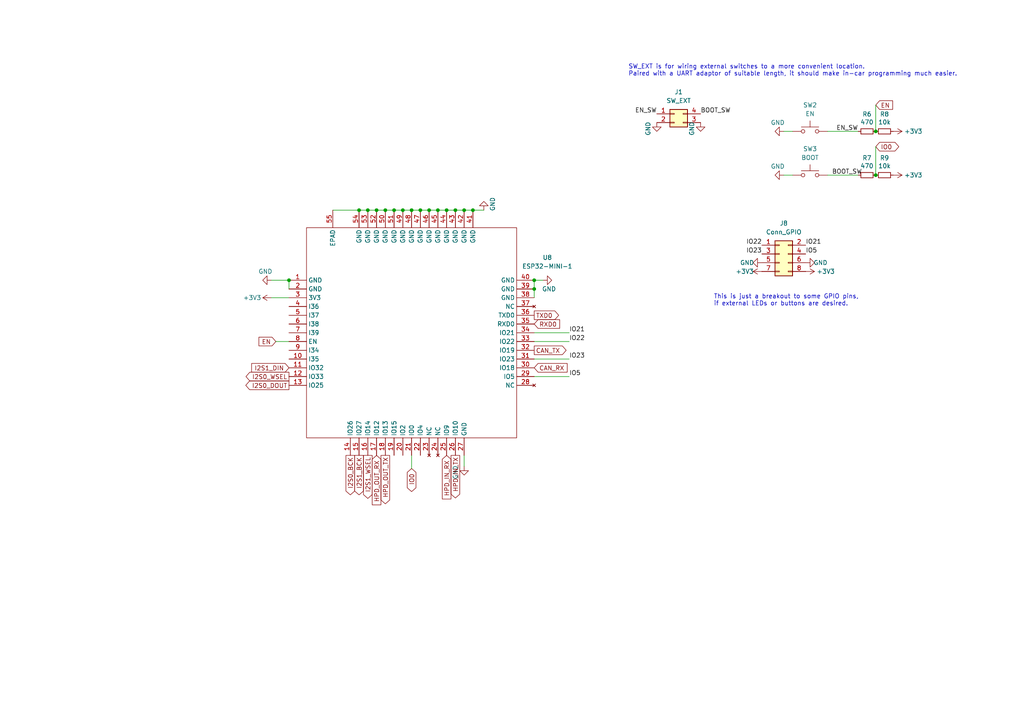
<source format=kicad_sch>
(kicad_sch (version 20211123) (generator eeschema)
  (paper "A4")
  (lib_symbols
    (symbol "Connector_Generic:Conn_02x02_Counter_Clockwise" (pin_names (offset 1.016) hide)
      (property "Reference" "J" (at 1.27 2.54 0))
      (property "Value" "Conn_02x02_Counter_Clockwise" (at 1.27 -5.08 0))
      (symbol "Conn_02x02_Counter_Clockwise_1_1"
        (rectangle (start -1.27 -2.413) (end 0 -2.667) (stroke (width 0.1524)))
        (rectangle (start -1.27 0.127) (end 0 -0.127) (stroke (width 0.1524)))
        (rectangle (start -1.27 1.27) (end 3.81 -3.81) (stroke (width 0.254)) (fill (type background)))
        (rectangle (start 3.81 -2.413) (end 2.54 -2.667) (stroke (width 0.1524)))
        (rectangle (start 3.81 0.127) (end 2.54 -0.127) (stroke (width 0.1524)))
        (pin passive line (at -5.08 0 0) (length 3.81) (name "Pin_1") (number "1"))
        (pin passive line (at -5.08 -2.54 0) (length 3.81) (name "Pin_2") (number "2"))
        (pin passive line (at 7.62 -2.54 180) (length 3.81) (name "Pin_3") (number "3"))
        (pin passive line (at 7.62 0 180) (length 3.81) (name "Pin_4") (number "4"))
      )
    )
    (symbol "Connector_Generic:Conn_02x04_Odd_Even" (pin_names (offset 1.016) hide)
      (property "Reference" "J" (at 1.27 5.08 0))
      (property "Value" "Conn_02x04_Odd_Even" (at 1.27 -7.62 0))
      (symbol "Conn_02x04_Odd_Even_1_1"
        (rectangle (start -1.27 -4.953) (end 0 -5.207) (stroke (width 0.1524)))
        (rectangle (start -1.27 -2.413) (end 0 -2.667) (stroke (width 0.1524)))
        (rectangle (start -1.27 0.127) (end 0 -0.127) (stroke (width 0.1524)))
        (rectangle (start -1.27 2.667) (end 0 2.413) (stroke (width 0.1524)))
        (rectangle (start -1.27 3.81) (end 3.81 -6.35) (stroke (width 0.254)) (fill (type background)))
        (rectangle (start 3.81 -4.953) (end 2.54 -5.207) (stroke (width 0.1524)))
        (rectangle (start 3.81 -2.413) (end 2.54 -2.667) (stroke (width 0.1524)))
        (rectangle (start 3.81 0.127) (end 2.54 -0.127) (stroke (width 0.1524)))
        (rectangle (start 3.81 2.667) (end 2.54 2.413) (stroke (width 0.1524)))
        (pin passive line (at -5.08 2.54 0) (length 3.81) (name "Pin_1") (number "1"))
        (pin passive line (at 7.62 2.54 180) (length 3.81) (name "Pin_2") (number "2"))
        (pin passive line (at -5.08 0 0) (length 3.81) (name "Pin_3") (number "3"))
        (pin passive line (at 7.62 0 180) (length 3.81) (name "Pin_4") (number "4"))
        (pin passive line (at -5.08 -2.54 0) (length 3.81) (name "Pin_5") (number "5"))
        (pin passive line (at 7.62 -2.54 180) (length 3.81) (name "Pin_6") (number "6"))
        (pin passive line (at -5.08 -5.08 0) (length 3.81) (name "Pin_7") (number "7"))
        (pin passive line (at 7.62 -5.08 180) (length 3.81) (name "Pin_8") (number "8"))
      )
    )
    (symbol "Device:R_Small" (pin_numbers hide) (pin_names (offset 0.254) hide)
      (property "Reference" "R" (at 0.762 0.508 0))
      (property "Value" "R_Small" (at 0.762 -1.016 0))
      (symbol "R_Small_0_1"
        (rectangle (start -0.762 1.778) (end 0.762 -1.778) (stroke (width 0.2032)))
      )
      (symbol "R_Small_1_1"
        (pin passive line (at 0 2.54 270) (length 0.762) (name "~") (number "1"))
        (pin passive line (at 0 -2.54 90) (length 0.762) (name "~") (number "2"))
      )
    )
    (symbol "Switch:SW_Push" (pin_numbers hide) (pin_names (offset 1.016) hide)
      (property "Reference" "SW" (at 1.27 2.54 0))
      (property "Value" "SW_Push" (at 0 -1.524 0))
      (symbol "SW_Push_0_1"
        (circle (center -2.032 0) (radius 0.508))
        (polyline (pts (xy 0 1.27) (xy 0 3.048)))
        (polyline (pts (xy 2.54 1.27) (xy -2.54 1.27)))
        (circle (center 2.032 0) (radius 0.508))
        (pin passive line (at -5.08 0 0) (length 2.54) (name "1") (number "1"))
        (pin passive line (at 5.08 0 180) (length 2.54) (name "2") (number "2"))
      )
    )
    (symbol "esp32_mini:ESP32-MINI-1"
      (property "Reference" "U8" (at 39.37 21.8188 0))
      (property "Value" "ESP32-MINI-1" (at 39.37 19.2788 0))
      (symbol "ESP32-MINI-1_0_1"
        (rectangle (start -30.48 30.48) (end 30.48 -30.48))
      )
      (symbol "ESP32-MINI-1_1_1"
        (pin input line (at -35.56 15.24 0) (length 5.08) (name "GND") (number "1"))
        (pin input line (at -35.56 -7.62 0) (length 5.08) (name "I35") (number "10"))
        (pin input line (at -35.56 -10.16 0) (length 5.08) (name "IO32") (number "11"))
        (pin input line (at -35.56 -12.7 0) (length 5.08) (name "IO33") (number "12"))
        (pin input line (at -35.56 -15.24 0) (length 5.08) (name "IO25") (number "13"))
        (pin input line (at -17.78 -35.56 90) (length 5.08) (name "IO26") (number "14"))
        (pin input line (at -15.24 -35.56 90) (length 5.08) (name "IO27") (number "15"))
        (pin input line (at -12.7 -35.56 90) (length 5.08) (name "IO14") (number "16"))
        (pin input line (at -10.16 -35.56 90) (length 5.08) (name "IO12") (number "17"))
        (pin input line (at -7.62 -35.56 90) (length 5.08) (name "IO13") (number "18"))
        (pin input line (at -5.08 -35.56 90) (length 5.08) (name "IO15") (number "19"))
        (pin input line (at -35.56 12.7 0) (length 5.08) (name "GND") (number "2"))
        (pin input line (at -2.54 -35.56 90) (length 5.08) (name "IO2") (number "20"))
        (pin input line (at 0 -35.56 90) (length 5.08) (name "IO0") (number "21"))
        (pin input line (at 2.54 -35.56 90) (length 5.08) (name "IO4") (number "22"))
        (pin no_connect line (at 5.08 -35.56 90) (length 5.08) (name "NC") (number "23"))
        (pin no_connect line (at 7.62 -35.56 90) (length 5.08) (name "NC") (number "24"))
        (pin input line (at 10.16 -35.56 90) (length 5.08) (name "IO9") (number "25"))
        (pin input line (at 12.7 -35.56 90) (length 5.08) (name "IO10") (number "26"))
        (pin input line (at 15.24 -35.56 90) (length 5.08) (name "GND") (number "27"))
        (pin no_connect line (at 35.56 -15.24 180) (length 5.08) (name "NC") (number "28"))
        (pin input line (at 35.56 -12.7 180) (length 5.08) (name "IO5") (number "29"))
        (pin input line (at -35.56 10.16 0) (length 5.08) (name "3V3") (number "3"))
        (pin input line (at 35.56 -10.16 180) (length 5.08) (name "IO18") (number "30"))
        (pin input line (at 35.56 -7.62 180) (length 5.08) (name "IO23") (number "31"))
        (pin input line (at 35.56 -5.08 180) (length 5.08) (name "IO19") (number "32"))
        (pin input line (at 35.56 -2.54 180) (length 5.08) (name "IO22") (number "33"))
        (pin input line (at 35.56 0 180) (length 5.08) (name "IO21") (number "34"))
        (pin input line (at 35.56 2.54 180) (length 5.08) (name "RXD0") (number "35"))
        (pin input line (at 35.56 5.08 180) (length 5.08) (name "TXD0") (number "36"))
        (pin no_connect line (at 35.56 7.62 180) (length 5.08) (name "NC") (number "37"))
        (pin input line (at 35.56 10.16 180) (length 5.08) (name "GND") (number "38"))
        (pin input line (at 35.56 12.7 180) (length 5.08) (name "GND") (number "39"))
        (pin input line (at -35.56 7.62 0) (length 5.08) (name "I36") (number "4"))
        (pin input line (at 35.56 15.24 180) (length 5.08) (name "GND") (number "40"))
        (pin input line (at 17.78 35.56 270) (length 5.08) (name "GND") (number "41"))
        (pin input line (at 15.24 35.56 270) (length 5.08) (name "GND") (number "42"))
        (pin input line (at 12.7 35.56 270) (length 5.08) (name "GND") (number "43"))
        (pin input line (at 10.16 35.56 270) (length 5.08) (name "GND") (number "44"))
        (pin input line (at 7.62 35.56 270) (length 5.08) (name "GND") (number "45"))
        (pin input line (at 5.08 35.56 270) (length 5.08) (name "GND") (number "46"))
        (pin input line (at 2.54 35.56 270) (length 5.08) (name "GND") (number "47"))
        (pin input line (at 0 35.56 270) (length 5.08) (name "GND") (number "48"))
        (pin input line (at -2.54 35.56 270) (length 5.08) (name "GND") (number "49"))
        (pin input line (at -35.56 5.08 0) (length 5.08) (name "I37") (number "5"))
        (pin input line (at -7.62 35.56 270) (length 5.08) (name "GND") (number "50"))
        (pin input line (at -5.08 35.56 270) (length 5.08) (name "GND") (number "51"))
        (pin input line (at -10.16 35.56 270) (length 5.08) (name "GND") (number "52"))
        (pin input line (at -12.7 35.56 270) (length 5.08) (name "GND") (number "53"))
        (pin input line (at -15.24 35.56 270) (length 5.08) (name "GND") (number "54"))
        (pin input line (at -22.86 35.56 270) (length 5.08) (name "EPAD") (number "55"))
        (pin input line (at -35.56 2.54 0) (length 5.08) (name "I38") (number "6"))
        (pin input line (at -35.56 0 0) (length 5.08) (name "I39") (number "7"))
        (pin input line (at -35.56 -2.54 0) (length 5.08) (name "EN") (number "8"))
        (pin input line (at -35.56 -5.08 0) (length 5.08) (name "I34") (number "9"))
      )
    )
    (symbol "power:+3V3" (power) (pin_names (offset 0))
      (property "Value" "+3V3" (at 0 3.556 0))
      (symbol "+3V3_0_1"
        (polyline (pts (xy -0.762 1.27) (xy 0 2.54)))
        (polyline (pts (xy 0 0) (xy 0 2.54)))
        (polyline (pts (xy 0 2.54) (xy 0.762 1.27)))
      )
      (symbol "+3V3_1_1"
        (pin power_in line (at 0 0 90) (length 0) hide (name "+3V3") (number "1"))
      )
    )
    (symbol "power:GND" (power) (pin_names (offset 0))
      (property "Value" "GND" (at 0 -3.81 0))
      (symbol "GND_0_1"
        (polyline (pts (xy 0 0) (xy 0 -1.27) (xy 1.27 -1.27) (xy 0 -2.54) (xy -1.27 -1.27) (xy 0 -1.27)))
      )
      (symbol "GND_1_1"
        (pin power_in line (at 0 0 270) (length 0) hide (name "GND") (number "1"))
      )
    )
  )
  (junction (at 116.84 60.96))
  (junction (at 254 50.8))
  (junction (at 132.08 60.96))
  (junction (at 111.76 60.96))
  (junction (at 127 60.96))
  (junction (at 129.54 60.96))
  (junction (at 154.94 81.28))
  (junction (at 114.3 60.96))
  (junction (at 106.68 60.96))
  (junction (at 121.92 60.96))
  (junction (at 83.82 81.28))
  (junction (at 104.14 60.96))
  (junction (at 254 38.1))
  (junction (at 154.94 83.82))
  (junction (at 109.22 60.96))
  (junction (at 134.62 60.96))
  (junction (at 119.38 60.96))
  (junction (at 137.16 60.96))
  (junction (at 124.46 60.96))
  (wire (pts (xy 154.94 96.52) (xy 165.1 96.52)))
  (wire (pts (xy 114.3 60.96) (xy 116.84 60.96)))
  (wire (pts (xy 137.16 60.96) (xy 140.335 60.96)))
  (wire (pts (xy 78.74 86.36) (xy 83.82 86.36)))
  (wire (pts (xy 124.46 60.96) (xy 127 60.96)))
  (wire (pts (xy 111.76 60.96) (xy 114.3 60.96)))
  (wire (pts (xy 78.74 81.28) (xy 83.82 81.28)))
  (wire (pts (xy 134.62 132.08) (xy 134.62 135.255)))
  (wire (pts (xy 154.94 83.82) (xy 154.94 86.36)))
  (wire (pts (xy 227.33 38.1) (xy 229.87 38.1)))
  (wire (pts (xy 80.01 99.06) (xy 83.82 99.06)))
  (wire (pts (xy 129.54 60.96) (xy 132.08 60.96)))
  (wire (pts (xy 119.38 132.08) (xy 119.38 135.89)))
  (wire (pts (xy 109.22 60.96) (xy 111.76 60.96)))
  (wire (pts (xy 254 42.545) (xy 254 50.8)))
  (wire (pts (xy 106.68 60.96) (xy 109.22 60.96)))
  (wire (pts (xy 254 30.48) (xy 254 38.1)))
  (wire (pts (xy 154.94 81.28) (xy 154.94 83.82)))
  (wire (pts (xy 127 60.96) (xy 129.54 60.96)))
  (wire (pts (xy 154.94 81.28) (xy 157.48 81.28)))
  (wire (pts (xy 240.03 50.8) (xy 248.92 50.8)))
  (wire (pts (xy 154.94 109.22) (xy 165.1 109.22)))
  (wire (pts (xy 154.94 104.14) (xy 165.1 104.14)))
  (wire (pts (xy 104.14 60.96) (xy 106.68 60.96)))
  (wire (pts (xy 132.08 60.96) (xy 134.62 60.96)))
  (wire (pts (xy 83.82 81.28) (xy 83.82 83.82)))
  (wire (pts (xy 96.52 60.96) (xy 104.14 60.96)))
  (wire (pts (xy 227.33 50.8) (xy 229.87 50.8)))
  (wire (pts (xy 121.92 60.96) (xy 124.46 60.96)))
  (wire (pts (xy 240.03 38.1) (xy 248.92 38.1)))
  (wire (pts (xy 116.84 60.96) (xy 119.38 60.96)))
  (wire (pts (xy 154.94 99.06) (xy 165.1 99.06)))
  (wire (pts (xy 119.38 60.96) (xy 121.92 60.96)))
  (wire (pts (xy 134.62 60.96) (xy 137.16 60.96)))
  (text "SW_EXT is for wiring external switches to a more convenient location.\nPaired with a UART adaptor of suitable length, it should make in-car programming much easier." (at 182.245 22.225 0) (effects (font (size 1.27 1.27)) (justify left bottom)))
  (text "This is just a breakout to some GPIO pins, \nif external LEDs or buttons are desired." (at 207.01 88.9 0) (effects (font (size 1.27 1.27)) (justify left bottom)))
  (label "IO22" (at 165.1 99.06 0))
  (label "IO23" (at 220.98 73.66 180))
  (label "IO21" (at 233.68 71.12 0))
  (label "IO5" (at 165.1 109.22 0))
  (label "IO23" (at 165.1 104.14 0))
  (label "BOOT_SW" (at 241.3 50.8 0))
  (label "EN_SW" (at 190.5 33.02 180))
  (label "BOOT_SW" (at 203.2 33.02 0))
  (label "IO22" (at 220.98 71.12 180))
  (label "IO21" (at 165.1 96.52 0))
  (label "IO5" (at 233.68 73.66 0))
  (label "EN_SW" (at 242.57 38.1 0))
  (global_label "EN" (shape input) (at 254 30.48 0) (property "Intersheet References" "${INTERSHEET_REFS}" (effects hide)))
  (global_label "I2S1_BCK" (shape output) (at 104.14 132.08 270) (property "Intersheet References" "${INTERSHEET_REFS}" (effects hide)))
  (global_label "HPD_IN_RX" (shape input) (at 129.54 132.08 270) (property "Intersheet References" "${INTERSHEET_REFS}" (effects hide)))
  (global_label "IO0" (shape tri_state) (at 254 42.545 0) (property "Intersheet References" "${INTERSHEET_REFS}" (effects hide)))
  (global_label "I2S0_DOUT" (shape output) (at 83.82 111.76 180) (property "Intersheet References" "${INTERSHEET_REFS}" (effects hide)))
  (global_label "CAN_RX" (shape input) (at 154.94 106.68 0) (property "Intersheet References" "${INTERSHEET_REFS}" (effects hide)))
  (global_label "I2S1_WSEL" (shape output) (at 106.68 132.08 270) (property "Intersheet References" "${INTERSHEET_REFS}" (effects hide)))
  (global_label "RXD0" (shape input) (at 154.94 93.98 0) (property "Intersheet References" "${INTERSHEET_REFS}" (effects hide)))
  (global_label "CAN_TX" (shape output) (at 154.94 101.6 0) (property "Intersheet References" "${INTERSHEET_REFS}" (effects hide)))
  (global_label "I2S0_BCK" (shape output) (at 101.6 132.08 270) (property "Intersheet References" "${INTERSHEET_REFS}" (effects hide)))
  (global_label "I2S1_DIN" (shape input) (at 83.82 106.68 180) (property "Intersheet References" "${INTERSHEET_REFS}" (effects hide)))
  (global_label "I2S0_WSEL" (shape output) (at 83.82 109.22 180) (property "Intersheet References" "${INTERSHEET_REFS}" (effects hide)))
  (global_label "HPD_IN_TX" (shape output) (at 132.08 132.08 270) (property "Intersheet References" "${INTERSHEET_REFS}" (effects hide)))
  (global_label "IO0" (shape tri_state) (at 119.38 135.89 270) (property "Intersheet References" "${INTERSHEET_REFS}" (effects hide)))
  (global_label "TXD0" (shape output) (at 154.94 91.44 0) (property "Intersheet References" "${INTERSHEET_REFS}" (effects hide)))
  (global_label "HPD_OUT_TX" (shape output) (at 111.76 132.08 270) (property "Intersheet References" "${INTERSHEET_REFS}" (effects hide)))
  (global_label "EN" (shape input) (at 80.01 99.06 180) (property "Intersheet References" "${INTERSHEET_REFS}" (effects hide)))
  (global_label "HPD_OUT_RX" (shape input) (at 109.22 132.08 270) (property "Intersheet References" "${INTERSHEET_REFS}" (effects hide)))
  (symbol (lib_id "power:+3V3") (at 220.98 78.74 90) (unit 1)
    (property "Reference" "#PWR066" (effects hide))
    (property "Value" "+3V3" (at 213.36 78.74 90) (effects (justify right)))
  )
  (symbol (lib_id "Device:R_Small") (at 256.54 50.8 270) (unit 1)
    (property "Reference" "R9" (at 256.54 45.8216 90))
    (property "Value" "10k" (at 256.54 48.133 90))
    (property "Footprint" "Resistor_SMD:R_0805_2012Metric" (effects hide))
  )
  (symbol (lib_id "power:+3V3") (at 259.08 38.1 270) (unit 1)
    (property "Reference" "#PWR053" (effects hide))
    (property "Value" "+3V3" (at 262.255 38.0999 90) (effects (justify left)))
  )
  (symbol (lib_id "power:GND") (at 134.62 135.255 0) (unit 1)
    (property "Reference" "#PWR045" (effects hide))
    (property "Value" "GND" (at 132.08 139.065 90) (effects (justify left)))
  )
  (symbol (lib_id "power:GND") (at 220.98 76.2 270) (unit 1)
    (property "Reference" "#PWR050" (effects hide))
    (property "Value" "GND" (at 214.63 76.2 90) (effects (justify left)))
  )
  (symbol (lib_id "power:GND") (at 203.2 35.56 0) (unit 1)
    (property "Reference" "#PWR052" (effects hide))
    (property "Value" "GND" (at 200.66 39.37 90) (effects (justify left)))
  )
  (symbol (lib_id "Switch:SW_Push") (at 234.95 38.1 0) (unit 1)
    (property "Reference" "SW2" (at 234.95 30.48 0))
    (property "Value" "EN" (at 234.95 33.02 0))
    (property "Footprint" "kicadlibrary:R-667834" (effects hide))
  )
  (symbol (lib_id "power:GND") (at 78.74 81.28 270) (unit 1)
    (property "Reference" "#PWR043" (effects hide))
    (property "Value" "GND" (at 74.93 78.74 90) (effects (justify left)))
  )
  (symbol (lib_id "Connector_Generic:Conn_02x04_Odd_Even") (at 226.06 73.66 0) (unit 1)
    (property "Reference" "J8" (at 227.33 64.77 0))
    (property "Value" "Conn_GPIO" (at 227.33 67.31 0))
    (property "Footprint" "Connector_PinHeader_2.54mm:PinHeader_2x04_P2.54mm_Vertical" (effects hide))
  )
  (symbol (lib_id "Device:R_Small") (at 251.46 38.1 270) (unit 1)
    (property "Reference" "R6" (at 251.46 33.1216 90))
    (property "Value" "470" (at 251.46 35.433 90))
    (property "Footprint" "Resistor_SMD:R_0805_2012Metric" (effects hide))
  )
  (symbol (lib_id "power:GND") (at 190.5 35.56 0) (unit 1)
    (property "Reference" "#PWR051" (effects hide))
    (property "Value" "GND" (at 187.96 39.37 90) (effects (justify left)))
  )
  (symbol (lib_id "Connector_Generic:Conn_02x02_Counter_Clockwise") (at 195.58 33.02 0) (unit 1)
    (property "Reference" "J1" (at 196.85 26.67 0))
    (property "Value" "SW_EXT" (at 196.85 29.21 0))
    (property "Footprint" "Connector_PinHeader_2.54mm:PinHeader_2x02_P2.54mm_Vertical" (effects hide))
  )
  (symbol (lib_id "power:GND") (at 227.33 50.8 270) (unit 1)
    (property "Reference" "#PWR049" (effects hide))
    (property "Value" "GND" (at 223.52 48.26 90) (effects (justify left)))
  )
  (symbol (lib_id "power:+3V3") (at 259.08 50.8 270) (unit 1)
    (property "Reference" "#PWR054" (effects hide))
    (property "Value" "+3V3" (at 262.255 50.7999 90) (effects (justify left)))
  )
  (symbol (lib_id "power:+3V3") (at 78.74 86.36 90) (unit 1)
    (property "Reference" "#PWR044" (effects hide))
    (property "Value" "+3V3" (at 70.485 86.36 90) (effects (justify right)))
  )
  (symbol (lib_id "power:GND") (at 140.335 60.96 180) (unit 1)
    (property "Reference" "#PWR046" (effects hide))
    (property "Value" "GND" (at 142.875 57.15 90) (effects (justify left)))
  )
  (symbol (lib_id "Switch:SW_Push") (at 234.95 50.8 0) (unit 1)
    (property "Reference" "SW3" (at 234.95 43.18 0))
    (property "Value" "BOOT" (at 234.95 45.72 0))
    (property "Footprint" "kicadlibrary:R-667834" (effects hide))
  )
  (symbol (lib_id "Device:R_Small") (at 251.46 50.8 270) (unit 1)
    (property "Reference" "R7" (at 251.46 45.8216 90))
    (property "Value" "470" (at 251.46 48.133 90))
    (property "Footprint" "Resistor_SMD:R_0805_2012Metric" (effects hide))
  )
  (symbol (lib_id "power:GND") (at 233.68 76.2 90) (unit 1)
    (property "Reference" "#PWR067" (effects hide))
    (property "Value" "GND" (at 240.03 76.2 90) (effects (justify left)))
  )
  (symbol (lib_id "Device:R_Small") (at 256.54 38.1 270) (unit 1)
    (property "Reference" "R8" (at 256.54 33.1216 90))
    (property "Value" "10k" (at 256.54 35.433 90))
    (property "Footprint" "Resistor_SMD:R_0805_2012Metric" (effects hide))
  )
  (symbol (lib_id "esp32_mini:ESP32-MINI-1") (at 119.38 96.52 0) (unit 1)
    (property "Reference" "U8" (at 158.75 74.7012 0))
    (property "Value" "ESP32-MINI-1" (at 158.75 77.2412 0))
    (property "Footprint" "kicadlibrary:ESP32-MINI-1" (effects hide))
  )
  (symbol (lib_id "power:GND") (at 157.48 81.28 90) (unit 1)
    (property "Reference" "#PWR047" (effects hide))
    (property "Value" "GND" (at 161.29 83.82 90) (effects (justify left)))
  )
  (symbol (lib_id "power:GND") (at 227.33 38.1 270) (unit 1)
    (property "Reference" "#PWR048" (effects hide))
    (property "Value" "GND" (at 223.52 35.56 90) (effects (justify left)))
  )
  (symbol (lib_id "power:+3V3") (at 233.68 78.74 270) (unit 1)
    (property "Reference" "#PWR068" (effects hide))
    (property "Value" "+3V3" (at 236.855 78.7399 90) (effects (justify left)))
  )
)
</source>
